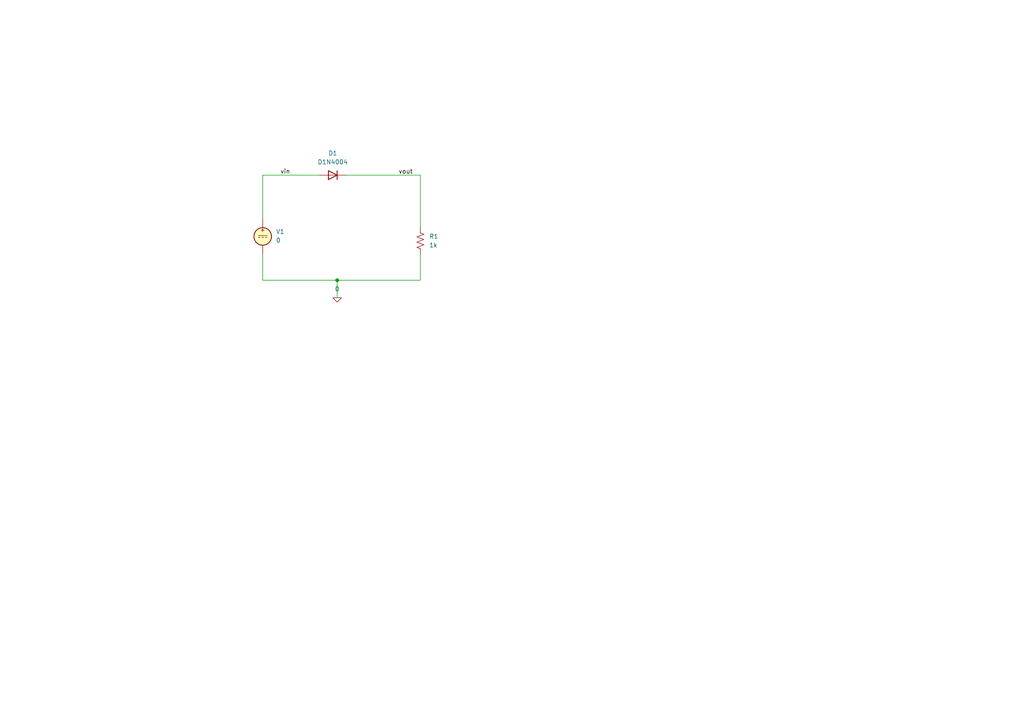
<source format=kicad_sch>
(kicad_sch (version 20250114) (generator "eeschema") (generator_version "9.0")
  (paper "A4")
  (lib_symbols
    (symbol "Device:D" (pin_numbers (hide yes)) (pin_names (offset 1.016) (hide yes))
      (property "Reference" "D" (at 0 2.54 0))
      (property "Value" "D" (at 0 -2.54 0))
      (symbol "D_0_1"
        (polyline (pts (xy -1.27 1.27) (xy -1.27 -1.27)) (stroke (width 0.254)))
        (polyline (pts (xy 1.27 1.27) (xy 1.27 -1.27) (xy -1.27 0) (xy 1.27 1.27)) (stroke (width 0.254)))
        (polyline (pts (xy 1.27 0) (xy -1.27 0)))
      )
      (symbol "D_1_1"
        (pin passive line (at -3.81 0 0) (length 2.54) (name "K") (number "1"))
        (pin passive line (at 3.81 0 180) (length 2.54) (name "A") (number "2"))
      )
    )
    (symbol "Device:R_US" (pin_numbers (hide yes)) (pin_names (offset 0))
      (property "Reference" "R" (at 2.54 0 90))
      (property "Value" "R_US" (at -2.54 0 90))
      (symbol "R_US_0_1"
        (polyline (pts (xy 0 2.286) (xy 0 2.54)))
        (polyline (pts (xy 0 2.286) (xy 1.016 1.905) (xy 0 1.524) (xy -1.016 1.143) (xy 0 0.762)))
        (polyline (pts (xy 0 0.762) (xy 1.016 0.381) (xy 0 0) (xy -1.016 -0.381) (xy 0 -0.762)))
        (polyline (pts (xy 0 -0.762) (xy 1.016 -1.143) (xy 0 -1.524) (xy -1.016 -1.905) (xy 0 -2.286)))
        (polyline (pts (xy 0 -2.286) (xy 0 -2.54)))
      )
      (symbol "R_US_1_1"
        (pin passive line (at 0 3.81 270) (length 1.27) (name "~") (number "1"))
        (pin passive line (at 0 -3.81 90) (length 1.27) (name "~") (number "2"))
      )
    )
    (symbol "Simulation_SPICE:0" (power) (pin_numbers (hide yes)) (pin_names (offset 0) (hide yes))
      (property "Value" "0" (at 0 -2.54 0))
      (symbol "0_0_1"
        (polyline (pts (xy -1.27 0) (xy 0 -1.27) (xy 1.27 0) (xy -1.27 0)))
      )
      (symbol "0_1_1"
        (pin power_in line (at 0 0 0) (length 0) (name "~") (number "1"))
      )
    )
    (symbol "Simulation_SPICE:VDC" (pin_numbers (hide yes)) (pin_names (offset 0.0254))
      (property "Reference" "V" (at 2.54 2.54 0))
      (property "Value" "1" (at 2.54 0 0))
      (symbol "VDC_0_0"
        (polyline (pts (xy -1.27 0.254) (xy 1.27 0.254)))
        (polyline (pts (xy -0.762 -0.254) (xy -1.27 -0.254)))
        (polyline (pts (xy 0.254 -0.254) (xy -0.254 -0.254)))
        (polyline (pts (xy 1.27 -0.254) (xy 0.762 -0.254)))
        (text "+" (at 0 1.905 0) (effects (font (size 1.27 1.27))))
      )
      (symbol "VDC_0_1"
        (circle (center 0 0) (radius 2.54) (stroke (width 0.254)) (fill (type background)))
      )
      (symbol "VDC_1_1"
        (pin passive line (at 0 5.08 270) (length 2.54) (name "~") (number "1"))
        (pin passive line (at 0 -5.08 90) (length 2.54) (name "~") (number "2"))
      )
    )
  )
  (junction (at 97.79 81.28))
  (wire (pts (xy 121.92 73.66) (xy 121.92 81.28)))
  (wire (pts (xy 100.33 50.8) (xy 121.92 50.8)))
  (wire (pts (xy 97.79 81.28) (xy 97.79 86.36)))
  (wire (pts (xy 76.2 63.5) (xy 76.2 50.8)))
  (wire (pts (xy 76.2 50.8) (xy 92.71 50.8)))
  (wire (pts (xy 76.2 81.28) (xy 76.2 73.66)))
  (wire (pts (xy 121.92 50.8) (xy 121.92 66.04)))
  (wire (pts (xy 97.79 81.28) (xy 76.2 81.28)))
  (wire (pts (xy 121.92 81.28) (xy 97.79 81.28)))
  (label "vin" (at 81.28 50.8 0))
  (label "vout" (at 115.57 50.8 0))
  (symbol (lib_id "Device:R_US") (at 121.92 69.85 0) (unit 1)
    (property "Reference" "R1" (at 124.46 68.5799 0) (effects (justify left)))
    (property "Value" "1k" (at 124.46 71.1199 0) (effects (justify left)))
    (property "Description" "Resistor, US symbol" (effects (hide yes)))
  )
  (symbol (lib_id "Device:D") (at 96.52 50.8 180) (unit 1)
    (property "Reference" "D1" (at 96.52 44.45 0))
    (property "Value" "D1N4004" (at 96.52 46.99 0))
    (property "Description" "Diode" (effects (hide yes)))
    (property "Sim.Device" "D" (effects (hide yes)))
    (property "Sim.Pins" "1=K 2=A" (effects (hide yes)))
    (property "Sim.Library" "1N4004RL.LIB" (effects (hide yes)))
    (property "Sim.Name" "D1n4004rl" (effects (hide yes)))
  )
  (symbol (lib_id "Simulation_SPICE:0") (at 97.79 86.36 0) (unit 1)
    (property "Reference" "#GND01" (effects (hide yes)))
    (property "Value" "0" (at 97.79 83.82 0))
    (property "Datasheet" "https://ngspice.sourceforge.io/docs/ngspice-html-manual/manual.xhtml#subsec_Circuit_elements__device" (effects (hide yes)))
    (property "Description" "0V reference potential for simulation" (effects (hide yes)))
  )
  (symbol (lib_id "Simulation_SPICE:VDC") (at 76.2 68.58 0) (unit 1)
    (property "Reference" "V1" (at 80.01 67.1801 0) (effects (justify left)))
    (property "Value" "0" (at 80.01 69.7201 0) (effects (justify left)))
    (property "Datasheet" "https://ngspice.sourceforge.io/docs/ngspice-html-manual/manual.xhtml#sec_Independent_Sources_for" (effects (hide yes)))
    (property "Description" "Voltage source, DC" (effects (hide yes)))
    (property "Sim.Pins" "1=+ 2=-" (effects (hide yes)))
    (property "Sim.Type" "DC" (effects (hide yes)))
    (property "Sim.Device" "V" (effects (hide yes)))
  )
)
</source>
